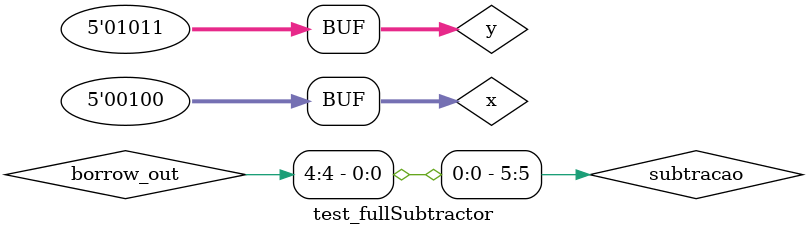
<source format=v>
/*a   b   s  borrow
  0 + 0   0 > 0
  0 + 1   1 > 1
  1 + 0   1 > 0
  1 + 1   0 > 0  
  s = xor, borrow = a'.b*/
// -------------------------
module halfSubtractor (output s1,output s0, input     a, input     b);
// descrever por portas
assign s0 = (a ^ b);//s0 = subtracao ("diff")
//and AND1 ( s1, not_a, b );
assign s1 = ~a & b;//s1 = borrow_out ("vem-um")
endmodule // halfSubtractor
// -------------------------
//  full subtractor
// -------------------------
module fullSubtractor (output s1,output s0,input a, input b, input borrow_in);
// descrever por portas e/ou modulos
// (valores arbitrarios escolhidos apenas para exemplo)
wire borrow_out;
wire borrow_out2;
wire subtracao;
halfSubtractor HS0(borrow_out,subtracao,a,b);
assign s0 = (a ^ b) ^ borrow_in;//subtracao (diff)
halfSubtractor HS1(borrow_out2,s0,subtracao,borrow_in);
assign s1 = (b & borrow_in) + (~a & borrow_in) + (~a & b);//borrow_out

endmodule // fullSubtractor
module test_fullSubtractor;
// ------------------------- definir dados
reg [4:0] x;
reg [4:0] y;
wire [4:0] borrow_out; // “vem-um”
wire [5:0] subtracao;
// halfSubtractor HA0 ( borrow_out, subtracao, x, y );
fullSubtractor FA0(borrow_out[0],subtracao[0],x[0],y[0], 1'b0);//("vem-um inicial arbitrário")
fullSubtractor FA1(borrow_out[1],subtracao[1],x[1], y[1], borrow_out[0]);
fullSubtractor FA2(borrow_out[2],subtracao[2],x[2], y[2], borrow_out[1]);
fullSubtractor FA3(borrow_out[3],subtracao[3],x[3], y[3], borrow_out[2]);
fullSubtractor FA4(borrow_out[4],subtracao[4],x[4], y[4], borrow_out[3]);// "vai-um" ocupa uma posi-
// //ção a mais: "1+1+1 = 1 e vai um"
assign subtracao[5] = 1'b0 | borrow_out[4];//"vai-um final"

initial
begin : main
$display("Exemplo_0802 - David Freitas Marzola - 712325");
$display("Test ALU’s full subtractor");
$display("  x   y  subtracao  borrow_out");
#1 x = 5'b00000; y = 5'b00000;
// projetar testes do modulo
//
#1 $monitor("%5b %5b %5b %5b", x, y, subtracao, borrow_out);//entradas de 4 bits
#1 x = 5'b10101; y = 5'b01010;
#1 x = 5'b00011; y = 5'b01010;
#1 x = 5'b00100; y = 5'b01011;

end
endmodule // test_fullSubtractor

</source>
